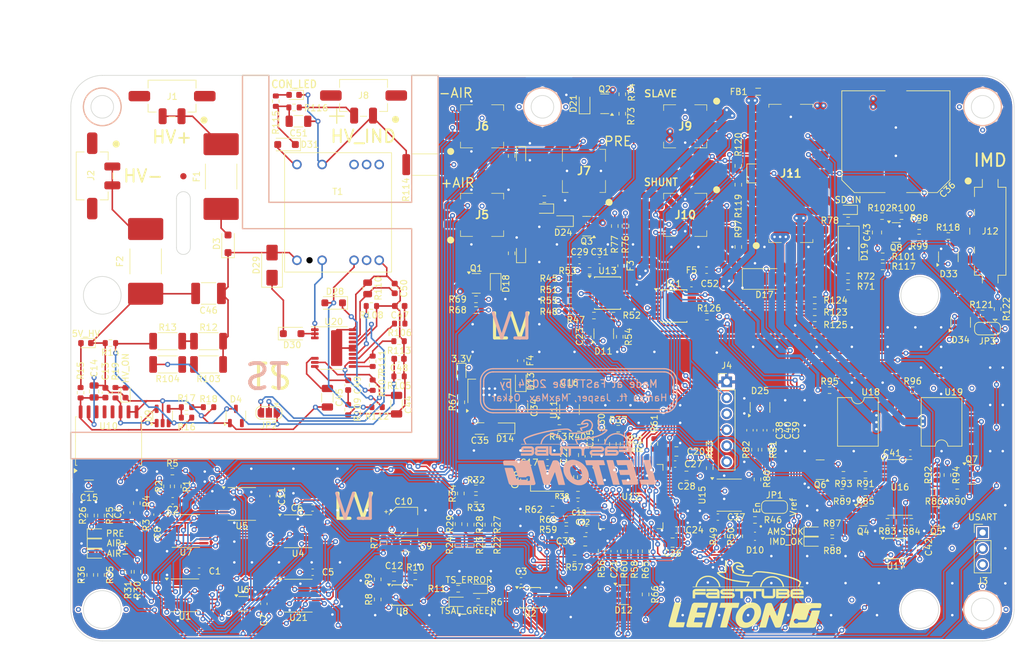
<source format=kicad_pcb>
(kicad_pcb
	(version 20240108)
	(generator "pcbnew")
	(generator_version "8.0")
	(general
		(thickness 1.6)
		(legacy_teardrops no)
	)
	(paper "A4")
	(layers
		(0 "F.Cu" signal)
		(1 "In1.Cu" signal)
		(2 "In2.Cu" signal)
		(31 "B.Cu" signal)
		(32 "B.Adhes" user "B.Adhesive")
		(33 "F.Adhes" user "F.Adhesive")
		(34 "B.Paste" user)
		(35 "F.Paste" user)
		(36 "B.SilkS" user "B.Silkscreen")
		(37 "F.SilkS" user "F.Silkscreen")
		(38 "B.Mask" user)
		(39 "F.Mask" user)
		(40 "Dwgs.User" user "User.Drawings")
		(41 "Cmts.User" user "User.Comments")
		(42 "Eco1.User" user "User.Eco1")
		(43 "Eco2.User" user "User.Eco2")
		(44 "Edge.Cuts" user)
		(45 "Margin" user)
		(46 "B.CrtYd" user "B.Courtyard")
		(47 "F.CrtYd" user "F.Courtyard")
		(48 "B.Fab" user)
		(49 "F.Fab" user)
		(50 "User.1" user)
		(51 "User.2" user)
		(52 "User.3" user)
		(53 "User.4" user)
		(54 "User.5" user)
		(55 "User.6" user)
		(56 "User.7" user)
		(57 "User.8" user)
		(58 "User.9" user)
	)
	(setup
		(stackup
			(layer "F.SilkS"
				(type "Top Silk Screen")
			)
			(layer "F.Paste"
				(type "Top Solder Paste")
			)
			(layer "F.Mask"
				(type "Top Solder Mask")
				(thickness 0.01)
			)
			(layer "F.Cu"
				(type "copper")
				(thickness 0.035)
			)
			(layer "dielectric 1"
				(type "core")
				(thickness 0.48)
				(material "FR4")
				(epsilon_r 4.5)
				(loss_tangent 0.02)
			)
			(layer "In1.Cu"
				(type "copper")
				(thickness 0.035)
			)
			(layer "dielectric 2"
				(type "prepreg")
				(thickness 0.48)
				(material "FR4")
				(epsilon_r 4.5)
				(loss_tangent 0.02)
			)
			(layer "In2.Cu"
				(type "copper")
				(thickness 0.035)
			)
			(layer "dielectric 3"
				(type "core")
				(thickness 0.48)
				(material "FR4")
				(epsilon_r 4.5)
				(loss_tangent 0.02)
			)
			(layer "B.Cu"
				(type "copper")
				(thickness 0.035)
			)
			(layer "B.Mask"
				(type "Bottom Solder Mask")
				(thickness 0.01)
			)
			(layer "B.Paste"
				(type "Bottom Solder Paste")
			)
			(layer "B.SilkS"
				(type "Bottom Silk Screen")
			)
			(copper_finish "None")
			(dielectric_constraints no)
		)
		(pad_to_mask_clearance 0)
		(allow_soldermask_bridges_in_footprints no)
		(aux_axis_origin 30 130)
		(grid_origin 84 140)
		(pcbplotparams
			(layerselection 0x00010fc_ffffffff)
			(plot_on_all_layers_selection 0x0000000_00000000)
			(disableapertmacros no)
			(usegerberextensions no)
			(usegerberattributes yes)
			(usegerberadvancedattributes yes)
			(creategerberjobfile no)
			(dashed_line_dash_ratio 12.000000)
			(dashed_line_gap_ratio 3.000000)
			(svgprecision 6)
			(plotframeref no)
			(viasonmask yes)
			(mode 1)
			(useauxorigin yes)
			(hpglpennumber 1)
			(hpglpenspeed 20)
			(hpglpendiameter 15.000000)
			(pdf_front_fp_property_popups yes)
			(pdf_back_fp_property_popups yes)
			(dxfpolygonmode yes)
			(dxfimperialunits yes)
			(dxfusepcbnewfont yes)
			(psnegative no)
			(psa4output no)
			(plotreference yes)
			(plotvalue no)
			(plotfptext yes)
			(plotinvisibletext no)
			(sketchpadsonfab no)
			(subtractmaskfromsilk yes)
			(outputformat 1)
			(mirror no)
			(drillshape 0)
			(scaleselection 1)
			(outputdirectory "Gerbers/")
		)
	)
	(net 0 "")
	(net 1 "+3V3")
	(net 2 "+12V")
	(net 3 "/Relay_Driver/Relay_10")
	(net 4 "HV+_Vehicle_Side_Fused")
	(net 5 "Net-(U8-~{PRE})")
	(net 6 "Net-(U8-~{CLR})")
	(net 7 "Net-(C17-Pad2)")
	(net 8 "/MCU/MAIN_XTAL_1_CPU1")
	(net 9 "/MCU/MAIN_XTAL_2_CPU1")
	(net 10 "/MCU/NRST")
	(net 11 "Net-(JP2-B)")
	(net 12 "Net-(C26-Pad2)")
	(net 13 "Net-(C28-Pad2)")
	(net 14 "/MCU/Slave_Current_Sense")
	(net 15 "Net-(U13-GND)")
	(net 16 "Net-(D13-K)")
	(net 17 "/MCU/SWCLK_1")
	(net 18 "Net-(U20-INTVcc)")
	(net 19 "Net-(C49-Pad1)")
	(net 20 "/CAN_Transceiver/CAN_HIGH_CarBus")
	(net 21 "/CAN_Transceiver/CAN_LOW_CarBus")
	(net 22 "Net-(C47-Pad1)")
	(net 23 "Net-(U20-DCM)")
	(net 24 "Net-(U20-SOURCE)")
	(net 25 "Net-(D1-A)")
	(net 26 "Net-(D2-A)")
	(net 27 "Net-(D32-K)")
	(net 28 "Net-(D16-A)")
	(net 29 "Net-(D5-A)")
	(net 30 "Net-(D4-K)")
	(net 31 "Net-(D6-A)")
	(net 32 "Net-(D7-A)")
	(net 33 "/MCU/Precharge_Closed")
	(net 34 "Net-(D8-A)")
	(net 35 "/TSAL/HV_Inactive")
	(net 36 "/IO/Reset_Out")
	(net 37 "Net-(D20-A)")
	(net 38 "/CAN_Transceiver/CAN_RX_CarBus")
	(net 39 "Net-(D11-K)")
	(net 40 "Net-(D12-K)")
	(net 41 "/MCU/Precharge_Control")
	(net 42 "/IO/Slaves_Enable")
	(net 43 "/MCU/AIR-_Control")
	(net 44 "Net-(D13-A)")
	(net 45 "/MCU/AIR+_Control")
	(net 46 "/Relay_Driver/aux_out1")
	(net 47 "/Relay_Driver/aux_in1")
	(net 48 "/Relay_Driver/aux_out2")
	(net 49 "/Relay_Driver/aux_in2")
	(net 50 "/Relay_Driver/aux_out0")
	(net 51 "/Relay_Driver/aux_in0")
	(net 52 "/MCU/Trace_SWO")
	(net 53 "/MCU/USART_RX")
	(net 54 "/MCU/USART_TX")
	(net 55 "Net-(D23-A)")
	(net 56 "Net-(D15-A)")
	(net 57 "Net-(D22-A)")
	(net 58 "Net-(D26-A)")
	(net 59 "Net-(D30-A)")
	(net 60 "Net-(D27-A)")
	(net 61 "Net-(D31-A)")
	(net 62 "/CAN_Transceiver/CAN_TX_CarBus")
	(net 63 "Net-(D31-K)")
	(net 64 "Net-(D28-K)")
	(net 65 "/CAN_Transceiver/V_{ref}")
	(net 66 "Net-(D28-A)")
	(net 67 "/TSAL/Comp_Ref_Low")
	(net 68 "/MCU/AMS_ERROR_1")
	(net 69 "Net-(J10-Pin_1)")
	(net 70 "/TSAL/Relay_Closed_Ref")
	(net 71 "Net-(J11-Pin_13)")
	(net 72 "Net-(D29-A1)")
	(net 73 "Net-(J11-Pin_5)")
	(net 74 "/MCU/SWDIO_1")
	(net 75 "Net-(J11-Pin_3)")
	(net 76 "/HV_Indicator/ENABLE")
	(net 77 "Net-(J12-Pin_4)")
	(net 78 "Net-(J12-Pin_3)")
	(net 79 "Net-(JP2-C)")
	(net 80 "Net-(JP3-C)")
	(net 81 "Net-(D32-A)")
	(net 82 "/MCU/HV_Active")
	(net 83 "Net-(J8-Pin_2)")
	(net 84 "/MCU/AIR+_Closed")
	(net 85 "Net-(Q3-G)")
	(net 86 "Net-(Q1-G)")
	(net 87 "Net-(Q2-G)")
	(net 88 "/MCU/Slave_Power_0")
	(net 89 "Net-(Q4-D)")
	(net 90 "/MCU/Slave_Power_1")
	(net 91 "/MCU/Slave_Power_DEN")
	(net 92 "Net-(Q6-D)")
	(net 93 "Net-(Q5-D)")
	(net 94 "/MCU/Slave_Power_DSEL")
	(net 95 "Net-(Q6-G)")
	(net 96 "Net-(Q7-G)")
	(net 97 "Net-(Q8-G)")
	(net 98 "Net-(Q7-D)")
	(net 99 "Net-(Q8-S)")
	(net 100 "Net-(Q8-D)")
	(net 101 "Net-(U8-C)")
	(net 102 "Net-(R12-Pad2)")
	(net 103 "/MCU/AIR-_Closed")
	(net 104 "/MCU/I2C_SDA")
	(net 105 "Net-(U9--)")
	(net 106 "Net-(U10-IND)")
	(net 107 "/IO/TSAL_GREEN")
	(net 108 "Net-(U12-BOOT0)")
	(net 109 "Net-(U13-IN0)")
	(net 110 "Net-(U12-PC0)")
	(net 111 "Net-(U13-IN1)")
	(net 112 "Net-(U12-PC1)")
	(net 113 "Net-(U12-PC2)")
	(net 114 "Net-(U13-DEN)")
	(net 115 "Net-(U13-IS)")
	(net 116 "/MCU/I2C_SCL")
	(net 117 "Net-(U13-DSEL)")
	(net 118 "Net-(U12-PA3)")
	(net 119 "HV-_Vehicle_Side")
	(net 120 "/TSAL/HV_Active_Detection/-HV_1")
	(net 121 "/Relay_Driver/Relay_1")
	(net 122 "/Relay_0")
	(net 123 "/Relay_Driver/Relay_2")
	(net 124 "/Relay_Driver/Relay_3")
	(net 125 "/Relay_Driver/Relay_4")
	(net 126 "/TSAL/HV_Active_Detection/HV_1")
	(net 127 "/TSAL/HV_Active_Detection/HV_0")
	(net 128 "/SDC_Latching/SDC_1")
	(net 129 "/IO/SC_OUT")
	(net 130 "Net-(U12-PA7)")
	(net 131 "Net-(U12-PB0)")
	(net 132 "Net-(U12-PA2)")
	(net 133 "Net-(U12-PA6)")
	(net 134 "Net-(U12-PA14)")
	(net 135 "Net-(U12-PA1)")
	(net 136 "/SDC_Latching/Reset_Signal")
	(net 137 "Net-(U12-PA13)")
	(net 138 "Net-(U12-PA0)")
	(net 139 "Net-(U12-PB1)")
	(net 140 "Net-(R17-Pad2)")
	(net 141 "Net-(U15-Rs)")
	(net 142 "Net-(U16A-C)")
	(net 143 "Net-(U16B-C)")
	(net 144 "/TSAL/AIRs_Closed")
	(net 145 "/SDC_Latching/AMS_Latch_Reset")
	(net 146 "/SDC_Latching/IMD_Latch_Reset")
	(net 147 "Net-(U16A-Q)")
	(net 148 "Net-(U16B-Q)")
	(net 149 "Net-(U16A-~{Q})")
	(net 150 "Net-(R96-Pad2)")
	(net 151 "Net-(U1-Pad11)")
	(net 152 "/IO/IMD_VCC")
	(net 153 "Net-(U2-Pad1)")
	(net 154 "unconnected-(U4-Pad6)")
	(net 155 "unconnected-(U5-Pad13)")
	(net 156 "unconnected-(U5-Pad14)")
	(net 157 "Net-(U16B-~{Q})")
	(net 158 "Net-(D9-A)")
	(net 159 "Net-(R95-Pad2)")
	(net 160 "Net-(R103-Pad2)")
	(net 161 "/MCU/Status_LED_R")
	(net 162 "/MCU/Status_LED_G")
	(net 163 "/MCU/Status_LED_B")
	(net 164 "/SDC_Latching/~{IMD_Error}")
	(net 165 "Net-(JP1-C)")
	(net 166 "/SDC_Latching/~{AMS_Error}")
	(net 167 "/MCU/TS_Error")
	(net 168 "Net-(U20-Vc)")
	(net 169 "Net-(U20-IREG{slash}SS)")
	(net 170 "/TSAL/Relay_State_Detection/~{Short}")
	(net 171 "/TSAL/TS_OK")
	(net 172 "/TSAL/Relay_Connection_Error")
	(net 173 "/TSAL/Mismatch_Relay_1")
	(net 174 "/TSAL/Mismatch_Relay_2")
	(net 175 "/TSAL/Relay_Mismatch")
	(net 176 "/TSAL/HV_Mismatch")
	(net 177 "/TSAL/Mismatch_Relay_3")
	(net 178 "Net-(U20-TC)")
	(net 179 "unconnected-(U10-INC-Pad12)")
	(net 180 "unconnected-(U10-OUTC-Pad5)")
	(net 181 "unconnected-(U10-OUTB-Pad13)")
	(net 182 "unconnected-(U10-OUTA-Pad14)")
	(net 183 "unconnected-(U10-INB-Pad4)")
	(net 184 "unconnected-(U10-INA-Pad3)")
	(net 185 "unconnected-(U10-NC-Pad7)")
	(net 186 "unconnected-(U12-PB15-Pad36)")
	(net 187 "unconnected-(U12-PB4-Pad56)")
	(net 188 "unconnected-(U12-PC15-Pad4)")
	(net 189 "unconnected-(U12-PB5-Pad57)")
	(net 190 "unconnected-(U12-PC3-Pad11)")
	(net 191 "unconnected-(U12-PC12-Pad53)")
	(net 192 "/IO/IMD_M")
	(net 193 "unconnected-(U12-PC13-Pad2)")
	(net 194 "unconnected-(U12-PC14-Pad3)")
	(net 195 "unconnected-(U12-PD2-Pad54)")
	(net 196 "unconnected-(U12-PC11-Pad52)")
	(net 197 "unconnected-(U12-PA5-Pad21)")
	(net 198 "unconnected-(U12-PA15-Pad50)")
	(net 199 "unconnected-(U12-PB9-Pad62)")
	(net 200 "unconnected-(U12-PC10-Pad51)")
	(net 201 "unconnected-(U12-PB14-Pad35)")
	(net 202 "unconnected-(U12-PA4-Pad20)")
	(net 203 "unconnected-(U12-PC5-Pad25)")
	(net 204 "/TSAL/~{TS_Error}")
	(net 205 "unconnected-(U12-PC9-Pad39)")
	(net 206 "GND")
	(net 207 "unconnected-(U13-NC-Pad11)")
	(net 208 "unconnected-(U19-Pad3)")
	(net 209 "Net-(U20-FB)")
	(net 210 "unconnected-(U18-Pad3)")
	(net 211 "Net-(U18-Pad5)")
	(net 212 "unconnected-(U13-NC-Pad7)")
	(net 213 "/TSAL/HV_Active_Detection/3V3_HV")
	(net 214 "unconnected-(U20-N.C.-Pad19)")
	(net 215 "/IO/TSAL_GREEN_12V")
	(net 216 "/IO/~{AMS_ERROR_LED}")
	(net 217 "/IO/~{AMS_ERROR_LED_12V}")
	(net 218 "/IO/~{IMD_ERROR_LED_12V}")
	(net 219 "/IO/~{IMD_ERROR_LED}")
	(net 220 "Net-(IC1-OUT0)")
	(net 221 "Net-(IC1-OUT1)")
	(net 222 "Net-(IC1-OUT2)")
	(net 223 "Net-(IC1-DEN)")
	(net 224 "unconnected-(IC1-OUT3-Pad13)")
	(net 225 "unconnected-(IC1-N.C.-Pad3)")
	(net 226 "unconnected-(IC1-IS-Pad12)")
	(footprint "Resistor_SMD:R_0603_1608Metric" (layer "F.Cu") (at 170.2875 88.225))
	(footprint "FaSTTUBe_connectors:Micro_Mate-N-Lok_2x2p_vertical" (layer "F.Cu") (at 181.7 72.2 90))
	(footprint "Resistor_SMD:R_0603_1608Metric" (layer "F.Cu") (at 228.975 87.9))
	(footprint "LED_150080M153000:LED_150080M153000" (layer "F.Cu") (at 192.8 123.35 -90))
	(footprint "Capacitor_SMD:C_0603_1608Metric" (layer "F.Cu") (at 168.0875 79.475 180))
	(footprint "Capacitor_SMD:C_0805_2012Metric" (layer "F.Cu") (at 181.9 113.725 180))
	(footprint "Resistor_SMD:R_0603_1608Metric" (layer "F.Cu") (at 205.075 122.6 180))
	(footprint "Fiducial:Fiducial_1mm_Mask2mm" (layer "F.Cu") (at 229 60.4))
	(footprint "Resistor_SMD:R_0603_1608Metric" (layer "F.Cu") (at 145.6 131.7))
	(footprint "Resistor_SMD:R_2010_5025Metric" (layer "F.Cu") (at 99.4 96 180))
	(footprint "Resistor_SMD:R_0603_1608Metric" (layer "F.Cu") (at 185.15 88.4))
	(footprint "Resistor_SMD:R_0603_1608Metric" (layer "F.Cu") (at 170.2 108.65 -90))
	(footprint "Package_DIP:SMDIP-6_W9.53mm" (layer "F.Cu") (at 209.165 105.14))
	(footprint "Capacitor_SMD:C_0805_2012Metric" (layer "F.Cu") (at 180.3 109.85 180))
	(footprint "Resistor_SMD:R_0603_1608Metric" (layer "F.Cu") (at 148.433715 85.641285))
	(footprint "LED_SMD:LED_0603_1608Metric" (layer "F.Cu") (at 92.7 100.5 90))
	(footprint "Resistor_SMD:R_0603_1608Metric" (layer "F.Cu") (at 168.4 125.65 -90))
	(footprint "Capacitor_SMD:C_0603_1608Metric" (layer "F.Cu") (at 180.3 122.35))
	(footprint "Resistor_SMD:R_0603_1608Metric" (layer "F.Cu") (at 159.3 69.7 180))
	(footprint "Capacitor_SMD:C_0603_1608Metric" (layer "F.Cu") (at 122.437501 118.85 180))
	(footprint "Package_TO_SOT_SMD:SOT-23" (layer "F.Cu") (at 210 120.1))
	(footprint "Resistor_SMD:R_0603_1608Metric" (layer "F.Cu") (at 171.3 91.6 -90))
	(footprint "Resistor_SMD:R_0603_1608Metric" (layer "F.Cu") (at 154.1 78.3125 90))
	(footprint "Resistor_SMD:R_0603_1608Metric" (layer "F.Cu") (at 161.7 106.125 180))
	(footprint "Fuse:Fuse_0603_1608Metric" (layer "F.Cu") (at 155.55 95.4 -90))
	(footprint "Capacitor_SMD:C_0805_2012Metric" (layer "F.Cu") (at 165.8 124.15))
	(footprint "Package_QFP:LQFP-64_10x10mm_P0.5mm" (layer "F.Cu") (at 173.05 117.025))
	(footprint "Package_DIP:SMDIP-6_W9.53mm" (layer "F.Cu") (at 222.465 105.14 180))
	(footprint "Resistor_SMD:R_0603_1608Metric" (layer "F.Cu") (at 163.45 113.925 -90))
	(footprint "Fuse:Fuse_0603_1608Metric" (layer "F.Cu") (at 171.5 80.3 90))
	(footprint "Connector_PinHeader_2.54mm:PinHeader_1x03_P2.54mm_Vertical" (layer "F.Cu") (at 229 122.76))
	(footprint "Resistor_SMD:R_0603_1608Metric" (layer "F.Cu") (at 187.5 123.35 -90))
	(footprint "Resistor_SMD:R_0603_1608Metric" (layer "F.Cu") (at 148.425 115.735))
	(footprint "Package_TO_SOT_SMD:SOT-353_SC-70-5_Handsoldering" (layer "F.Cu") (at 111.4 134.1))
	(footprint "Resistor_SMD:R_0603_1608Metric" (layer "F.Cu") (at 164.1 126.85 180))
	(footprint "Resistor_SMD:R_0603_1608Metric" (layer "F.Cu") (at 93.1 129 90))
	(footprint "Capacitor_SMD:C_1206_3216Metric" (layer "F.Cu") (at 124.8 101.3 90))
	(footprint "LED_SMD:LED_0603_1608Metric"
		(layer "F.Cu")
		(uuid "237fe91b-3a7a-4939-a23f-cdca93fe2824")
		(at 155.6 78.3125 90)
		(descr "LED SMD 0603 (1608 Metric), square (rectangular) end terminal, IPC_7351 nominal, (Body size source: http://www.tortai-tech.com/upload/download/2011102023233369053.pdf), generated with kicad-footprint-generator")
		(tags "LED")
		(property "Reference" "D16"
			(at 0 1.6 90)
			(layer "F.SilkS")
			(hide yes)
			(uuid "13952fc5-37df-49c2-acac-676de93f958d")
			(effects
				(font
					(size 1 1)
					(thickness 0.15)
				)
			)
		)
		(property "Value" "LED_GREEN"
			(at 0 1.43 90)
			(layer "F.Fab")
			(uuid "81ec97ca-8432-4790-bc8e-1279ac6e0015")
			(effects
				(font
					(size 1 1)
					(thickness 0.15)
				)
			)
		)
		(property "Footprint" "LED_SMD:LED_0603_1608Metric"
			(at 0 0 90)
			(unlocked yes)
			(layer "F.Fab")
			(hide yes)
			(uuid "e7c8086e-4f7f-49d4-bd8b-3511572b8ad4")
			(effects
				(font
					(size 1.27 1.27)
				)
			)
		)
		(property "Datasheet" ""
			(at 0 0 90)
			(unlocked yes)
			(layer "F.Fab")
			(hide yes)
			(uuid "fbf0bea8-1f63-411b-bd3b-16b919649478")
			(effects
				(font
					(size 1.27 1.27)
				)
			)
		)
		(property "Description" "Light emitting diode"
			(at 0 0 90)
			(unlocked yes)
			(layer "F.Fab")
			(hide yes)
			(uuid "50591ea2-5fc3-4383-9bdf-a745d24d6dc0")
			(effects
				(font
					(size 1.27 1.27)
				)
			)
		)
		(property ki_fp_filters "LED* LED_SMD:* LED_THT:*")
		(path "/95b8e8bb-175b-4c26-b28f-f18dafbb4793/4fbfa647-992d-43ae-99ed-02241873c8f8")
		(sheetname "Relay_Driver")
		(sheetfile "Relay_Driver.kicad_sch")
		(attr smd)
		(fp_line
			(start 0.8 -0
... [4035001 chars truncated]
</source>
